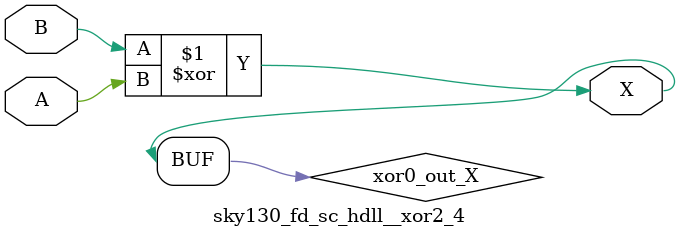
<source format=v>
/*
 * Copyright 2020 The SkyWater PDK Authors
 *
 * Licensed under the Apache License, Version 2.0 (the "License");
 * you may not use this file except in compliance with the License.
 * You may obtain a copy of the License at
 *
 *     https://www.apache.org/licenses/LICENSE-2.0
 *
 * Unless required by applicable law or agreed to in writing, software
 * distributed under the License is distributed on an "AS IS" BASIS,
 * WITHOUT WARRANTIES OR CONDITIONS OF ANY KIND, either express or implied.
 * See the License for the specific language governing permissions and
 * limitations under the License.
 *
 * SPDX-License-Identifier: Apache-2.0
*/


`ifndef SKY130_FD_SC_HDLL__XOR2_4_FUNCTIONAL_V
`define SKY130_FD_SC_HDLL__XOR2_4_FUNCTIONAL_V

/**
 * xor2: 2-input exclusive OR.
 *
 *       X = A ^ B
 *
 * Verilog simulation functional model.
 */

`timescale 1ns / 1ps
`default_nettype none

`celldefine
module sky130_fd_sc_hdll__xor2_4 (
    X,
    A,
    B
);

    // Module ports
    output X;
    input  A;
    input  B;

    // Local signals
    wire xor0_out_X;

    //  Name  Output      Other arguments
    xor xor0 (xor0_out_X, B, A           );
    buf buf0 (X         , xor0_out_X     );

endmodule
`endcelldefine

`default_nettype wire
`endif  // SKY130_FD_SC_HDLL__XOR2_4_FUNCTIONAL_V

</source>
